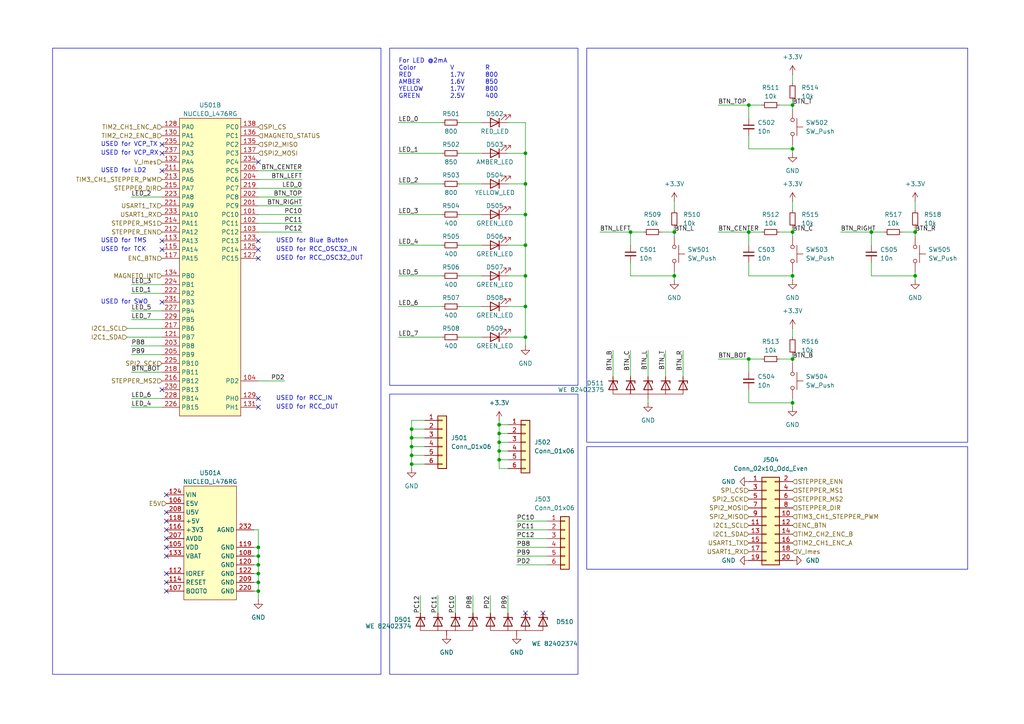
<source format=kicad_sch>
(kicad_sch (version 20231120) (generator "eeschema") (generator_version "8.0")
  (paper "A4")
  (junction (at 229.87 43.18))
  (junction (at 152.4 62.23))
  (junction (at 74.93 161.29))
  (junction (at 119.38 134.62))
  (junction (at 144.78 133.35))
  (junction (at 229.87 30.48))
  (junction (at 144.78 128.27))
  (junction (at 152.4 88.9))
  (junction (at 152.4 80.01))
  (junction (at 152.4 53.34))
  (junction (at 152.4 71.12))
  (junction (at 144.78 125.73))
  (junction (at 229.87 67.31))
  (junction (at 265.43 67.31))
  (junction (at 74.93 166.37))
  (junction (at 217.17 67.31))
  (junction (at 265.43 80.01))
  (junction (at 152.4 97.79))
  (junction (at 74.93 168.91))
  (junction (at 152.4 44.45))
  (junction (at 229.87 116.84))
  (junction (at 119.38 132.08))
  (junction (at 217.17 30.48))
  (junction (at 195.58 67.31))
  (junction (at 229.87 80.01))
  (junction (at 144.78 130.81))
  (junction (at 229.87 104.14))
  (junction (at 217.17 104.14))
  (junction (at 195.58 80.01))
  (junction (at 74.93 163.83))
  (junction (at 119.38 127))
  (junction (at 119.38 129.54))
  (junction (at 74.93 158.75))
  (junction (at 144.78 123.19))
  (junction (at 74.93 171.45))
  (junction (at 252.73 67.31))
  (junction (at 182.88 67.31))
  (junction (at 119.38 124.46))
  (no_connect (at 46.99 72.39))
  (no_connect (at 74.93 115.57))
  (no_connect (at 48.26 143.51))
  (no_connect (at 48.26 148.59))
  (no_connect (at 157.48 177.8))
  (no_connect (at 46.99 69.85))
  (no_connect (at 48.26 161.29))
  (no_connect (at 46.99 41.91))
  (no_connect (at 46.99 44.45))
  (no_connect (at 74.93 118.11))
  (no_connect (at 46.99 113.03))
  (no_connect (at 74.93 72.39))
  (no_connect (at 48.26 153.67))
  (no_connect (at 48.26 166.37))
  (no_connect (at 152.4 177.8))
  (no_connect (at 74.93 74.93))
  (no_connect (at 48.26 171.45))
  (no_connect (at 74.93 69.85))
  (no_connect (at 48.26 158.75))
  (no_connect (at 48.26 151.13))
  (no_connect (at 74.93 46.99))
  (no_connect (at 48.26 168.91))
  (no_connect (at 46.99 49.53))
  (no_connect (at 46.99 87.63))
  (no_connect (at 48.26 156.21))
  (wire (pts (xy 198.12 101.6) (xy 198.12 109.22)))
  (wire (pts (xy 38.1 115.57) (xy 46.99 115.57)))
  (wire (pts (xy 187.96 101.6) (xy 187.96 109.22)))
  (wire (pts (xy 229.87 102.87) (xy 229.87 104.14)))
  (wire (pts (xy 147.32 130.81) (xy 144.78 130.81)))
  (wire (pts (xy 119.38 121.92) (xy 119.38 124.46)))
  (wire (pts (xy 229.87 78.74) (xy 229.87 80.01)))
  (wire (pts (xy 115.57 80.01) (xy 128.27 80.01)))
  (wire (pts (xy 73.66 153.67) (xy 74.93 153.67)))
  (wire (pts (xy 195.58 78.74) (xy 195.58 80.01)))
  (wire (pts (xy 144.78 128.27) (xy 144.78 130.81)))
  (wire (pts (xy 147.32 133.35) (xy 144.78 133.35)))
  (wire (pts (xy 133.35 44.45) (xy 139.7 44.45)))
  (wire (pts (xy 147.32 123.19) (xy 144.78 123.19)))
  (wire (pts (xy 229.87 67.31) (xy 229.87 68.58)))
  (wire (pts (xy 182.88 76.2) (xy 182.88 80.01)))
  (wire (pts (xy 152.4 80.01) (xy 152.4 88.9)))
  (wire (pts (xy 229.87 30.48) (xy 229.87 31.75)))
  (wire (pts (xy 149.86 151.13) (xy 158.75 151.13)))
  (wire (pts (xy 74.93 161.29) (xy 74.93 158.75)))
  (wire (pts (xy 38.1 90.17) (xy 46.99 90.17)))
  (wire (pts (xy 152.4 71.12) (xy 152.4 80.01)))
  (wire (pts (xy 261.62 67.31) (xy 265.43 67.31)))
  (wire (pts (xy 265.43 66.04) (xy 265.43 67.31)))
  (wire (pts (xy 243.84 67.31) (xy 252.73 67.31)))
  (wire (pts (xy 133.35 62.23) (xy 139.7 62.23)))
  (wire (pts (xy 152.4 88.9) (xy 152.4 97.79)))
  (wire (pts (xy 127 172.72) (xy 127 177.8)))
  (wire (pts (xy 74.93 166.37) (xy 74.93 168.91)))
  (wire (pts (xy 252.73 76.2) (xy 252.73 80.01)))
  (wire (pts (xy 115.57 44.45) (xy 128.27 44.45)))
  (wire (pts (xy 226.06 30.48) (xy 229.87 30.48)))
  (wire (pts (xy 217.17 116.84) (xy 229.87 116.84)))
  (wire (pts (xy 87.63 62.23) (xy 74.93 62.23)))
  (wire (pts (xy 195.58 80.01) (xy 195.58 81.28)))
  (wire (pts (xy 147.32 128.27) (xy 144.78 128.27)))
  (wire (pts (xy 152.4 44.45) (xy 152.4 53.34)))
  (wire (pts (xy 74.93 161.29) (xy 74.93 163.83)))
  (wire (pts (xy 229.87 41.91) (xy 229.87 43.18)))
  (wire (pts (xy 137.16 172.72) (xy 137.16 177.8)))
  (wire (pts (xy 38.1 107.95) (xy 46.99 107.95)))
  (wire (pts (xy 123.19 132.08) (xy 119.38 132.08)))
  (wire (pts (xy 182.88 71.12) (xy 182.88 67.31)))
  (wire (pts (xy 217.17 104.14) (xy 220.98 104.14)))
  (wire (pts (xy 133.35 35.56) (xy 139.7 35.56)))
  (wire (pts (xy 149.86 153.67) (xy 158.75 153.67)))
  (wire (pts (xy 217.17 34.29) (xy 217.17 30.48)))
  (wire (pts (xy 73.66 171.45) (xy 74.93 171.45)))
  (wire (pts (xy 217.17 67.31) (xy 220.98 67.31)))
  (wire (pts (xy 229.87 80.01) (xy 229.87 81.28)))
  (wire (pts (xy 208.28 104.14) (xy 217.17 104.14)))
  (wire (pts (xy 115.57 88.9) (xy 128.27 88.9)))
  (wire (pts (xy 133.35 88.9) (xy 139.7 88.9)))
  (wire (pts (xy 195.58 66.04) (xy 195.58 67.31)))
  (wire (pts (xy 149.86 156.21) (xy 158.75 156.21)))
  (wire (pts (xy 147.32 80.01) (xy 152.4 80.01)))
  (wire (pts (xy 177.8 101.6) (xy 177.8 109.22)))
  (wire (pts (xy 152.4 35.56) (xy 152.4 44.45)))
  (wire (pts (xy 38.1 102.87) (xy 46.99 102.87)))
  (wire (pts (xy 119.38 132.08) (xy 119.38 134.62)))
  (wire (pts (xy 217.17 76.2) (xy 217.17 80.01)))
  (wire (pts (xy 147.32 125.73) (xy 144.78 125.73)))
  (wire (pts (xy 265.43 80.01) (xy 265.43 81.28)))
  (wire (pts (xy 115.57 35.56) (xy 128.27 35.56)))
  (wire (pts (xy 147.32 172.72) (xy 147.32 177.8)))
  (wire (pts (xy 74.93 168.91) (xy 74.93 171.45)))
  (wire (pts (xy 132.08 172.72) (xy 132.08 177.8)))
  (wire (pts (xy 252.73 71.12) (xy 252.73 67.31)))
  (wire (pts (xy 229.87 58.42) (xy 229.87 60.96)))
  (wire (pts (xy 144.78 123.19) (xy 144.78 125.73)))
  (wire (pts (xy 229.87 29.21) (xy 229.87 30.48)))
  (wire (pts (xy 217.17 30.48) (xy 220.98 30.48)))
  (wire (pts (xy 115.57 62.23) (xy 128.27 62.23)))
  (wire (pts (xy 147.32 88.9) (xy 152.4 88.9)))
  (wire (pts (xy 252.73 67.31) (xy 256.54 67.31)))
  (wire (pts (xy 119.38 124.46) (xy 119.38 127)))
  (wire (pts (xy 123.19 127) (xy 119.38 127)))
  (wire (pts (xy 152.4 97.79) (xy 152.4 100.33)))
  (wire (pts (xy 38.1 92.71) (xy 46.99 92.71)))
  (wire (pts (xy 229.87 115.57) (xy 229.87 116.84)))
  (wire (pts (xy 265.43 78.74) (xy 265.43 80.01)))
  (wire (pts (xy 87.63 59.69) (xy 74.93 59.69)))
  (wire (pts (xy 38.1 100.33) (xy 46.99 100.33)))
  (wire (pts (xy 73.66 166.37) (xy 74.93 166.37)))
  (wire (pts (xy 229.87 116.84) (xy 229.87 118.11)))
  (wire (pts (xy 74.93 158.75) (xy 74.93 153.67)))
  (wire (pts (xy 38.1 85.09) (xy 46.99 85.09)))
  (wire (pts (xy 149.86 163.83) (xy 158.75 163.83)))
  (wire (pts (xy 38.1 82.55) (xy 46.99 82.55)))
  (wire (pts (xy 144.78 121.92) (xy 144.78 123.19)))
  (wire (pts (xy 36.83 95.25) (xy 46.99 95.25)))
  (wire (pts (xy 265.43 67.31) (xy 265.43 68.58)))
  (wire (pts (xy 191.77 67.31) (xy 195.58 67.31)))
  (wire (pts (xy 229.87 95.25) (xy 229.87 97.79)))
  (wire (pts (xy 147.32 71.12) (xy 152.4 71.12)))
  (wire (pts (xy 74.93 171.45) (xy 74.93 173.99)))
  (wire (pts (xy 229.87 66.04) (xy 229.87 67.31)))
  (wire (pts (xy 193.04 101.6) (xy 193.04 109.22)))
  (wire (pts (xy 147.32 44.45) (xy 152.4 44.45)))
  (wire (pts (xy 173.99 67.31) (xy 182.88 67.31)))
  (wire (pts (xy 133.35 97.79) (xy 139.7 97.79)))
  (wire (pts (xy 123.19 134.62) (xy 119.38 134.62)))
  (wire (pts (xy 147.32 135.89) (xy 144.78 135.89)))
  (wire (pts (xy 149.86 161.29) (xy 158.75 161.29)))
  (wire (pts (xy 73.66 158.75) (xy 74.93 158.75)))
  (wire (pts (xy 115.57 53.34) (xy 128.27 53.34)))
  (wire (pts (xy 87.63 54.61) (xy 74.93 54.61)))
  (wire (pts (xy 147.32 97.79) (xy 152.4 97.79)))
  (wire (pts (xy 73.66 161.29) (xy 74.93 161.29)))
  (wire (pts (xy 147.32 35.56) (xy 152.4 35.56)))
  (wire (pts (xy 252.73 80.01) (xy 265.43 80.01)))
  (wire (pts (xy 119.38 129.54) (xy 119.38 132.08)))
  (wire (pts (xy 133.35 71.12) (xy 139.7 71.12)))
  (wire (pts (xy 182.88 80.01) (xy 195.58 80.01)))
  (wire (pts (xy 217.17 39.37) (xy 217.17 43.18)))
  (wire (pts (xy 74.93 49.53) (xy 87.63 49.53)))
  (wire (pts (xy 217.17 80.01) (xy 229.87 80.01)))
  (wire (pts (xy 229.87 21.59) (xy 229.87 24.13)))
  (wire (pts (xy 147.32 62.23) (xy 152.4 62.23)))
  (wire (pts (xy 217.17 71.12) (xy 217.17 67.31)))
  (wire (pts (xy 123.19 129.54) (xy 119.38 129.54)))
  (wire (pts (xy 152.4 62.23) (xy 152.4 71.12)))
  (wire (pts (xy 265.43 58.42) (xy 265.43 60.96)))
  (wire (pts (xy 38.1 118.11) (xy 46.99 118.11)))
  (wire (pts (xy 133.35 80.01) (xy 139.7 80.01)))
  (wire (pts (xy 74.93 163.83) (xy 74.93 166.37)))
  (wire (pts (xy 36.83 97.79) (xy 46.99 97.79)))
  (wire (pts (xy 217.17 107.95) (xy 217.17 104.14)))
  (wire (pts (xy 115.57 71.12) (xy 128.27 71.12)))
  (wire (pts (xy 182.88 67.31) (xy 186.69 67.31)))
  (wire (pts (xy 123.19 121.92) (xy 119.38 121.92)))
  (wire (pts (xy 119.38 135.89) (xy 119.38 134.62)))
  (wire (pts (xy 144.78 130.81) (xy 144.78 133.35)))
  (wire (pts (xy 82.55 110.49) (xy 74.93 110.49)))
  (wire (pts (xy 226.06 104.14) (xy 229.87 104.14)))
  (wire (pts (xy 208.28 67.31) (xy 217.17 67.31)))
  (wire (pts (xy 87.63 52.07) (xy 74.93 52.07)))
  (wire (pts (xy 187.96 115.57) (xy 187.96 116.84)))
  (wire (pts (xy 195.58 58.42) (xy 195.58 60.96)))
  (wire (pts (xy 226.06 67.31) (xy 229.87 67.31)))
  (wire (pts (xy 182.88 101.6) (xy 182.88 109.22)))
  (wire (pts (xy 73.66 168.91) (xy 74.93 168.91)))
  (wire (pts (xy 133.35 53.34) (xy 139.7 53.34)))
  (wire (pts (xy 87.63 57.15) (xy 74.93 57.15)))
  (wire (pts (xy 217.17 113.03) (xy 217.17 116.84)))
  (wire (pts (xy 229.87 104.14) (xy 229.87 105.41)))
  (wire (pts (xy 115.57 97.79) (xy 128.27 97.79)))
  (wire (pts (xy 121.92 172.72) (xy 121.92 177.8)))
  (wire (pts (xy 152.4 53.34) (xy 152.4 62.23)))
  (wire (pts (xy 147.32 53.34) (xy 152.4 53.34)))
  (wire (pts (xy 229.87 43.18) (xy 229.87 44.45)))
  (wire (pts (xy 38.1 57.15) (xy 46.99 57.15)))
  (wire (pts (xy 144.78 133.35) (xy 144.78 135.89)))
  (wire (pts (xy 123.19 124.46) (xy 119.38 124.46)))
  (wire (pts (xy 144.78 125.73) (xy 144.78 128.27)))
  (wire (pts (xy 142.24 172.72) (xy 142.24 177.8)))
  (wire (pts (xy 195.58 67.31) (xy 195.58 68.58)))
  (wire (pts (xy 73.66 163.83) (xy 74.93 163.83)))
  (wire (pts (xy 149.86 158.75) (xy 158.75 158.75)))
  (wire (pts (xy 87.63 67.31) (xy 74.93 67.31)))
  (wire (pts (xy 208.28 30.48) (xy 217.17 30.48)))
  (wire (pts (xy 87.63 64.77) (xy 74.93 64.77)))
  (wire (pts (xy 119.38 127) (xy 119.38 129.54)))
  (wire (pts (xy 217.17 43.18) (xy 229.87 43.18)))
  (rectangle (start 170.18 13.97) (end 280.67 128.27))
  (rectangle (start 170.18 129.54) (end 280.67 165.1))
  (rectangle (start 15.24 13.97) (end 110.49 195.58))
  (rectangle (start 113.03 13.97) (end 167.64 111.76))
  (rectangle (start 113.03 114.3) (end 167.64 195.58))
  (text "USED for SWO" (at 29.21 87.63 0) (effects (font (size 1.27 1.27)) (justify left)))
  (text "USED for RCC_OUT" (at 80.01 118.11 0) (effects (font (size 1.27 1.27)) (justify left)))
  (text "USED for VCP_RX" (at 29.21 44.45 0) (effects (font (size 1.27 1.27)) (justify left)))
  (text "USED for RCC_OSC32_IN" (at 80.01 72.39 0) (effects (font (size 1.27 1.27)) (justify left)))
  (text "USED for Blue Button" (at 80.01 69.85 0) (effects (font (size 1.27 1.27)) (justify left)))
  (text "USED for RCC_IN" (at 80.01 115.57 0) (effects (font (size 1.27 1.27)) (justify left)))
  (text "USED for RCC_OSC32_OUT" (at 80.01 74.93 0) (effects (font (size 1.27 1.27)) (justify left)))
  (text "For LED @2mA\nColor 		V		R\nRED 		1.7V	800\nAMBER		1.6V	850\nYELLOW		1.7V	800\nGREEN		2.5V	400" (at 115.57 22.86 0) (effects (font (size 1.27 1.27)) (justify left)))
  (text "USED for TMS" (at 29.21 69.85 0) (effects (font (size 1.27 1.27)) (justify left)))
  (text "USED for TCK" (at 29.21 72.39 0) (effects (font (size 1.27 1.27)) (justify left)))
  (text "USED for VCP_TX" (at 29.21 41.91 0) (effects (font (size 1.27 1.27)) (justify left)))
  (text "USED for LD2" (at 29.21 49.53 0) (effects (font (size 1.27 1.27)) (justify left)))
  (label "BTN_BOT" (at 208.28 104.14 0))
  (label "PC12" (at 87.63 67.31 180))
  (label "PB9" (at 38.1 102.87 0))
  (label "BTN_T" (at 229.87 30.48 0))
  (label "BTN_BOT" (at 38.1 107.95 0))
  (label "LED_0" (at 87.63 54.61 180))
  (label "LED_6" (at 38.1 115.57 0))
  (label "BTN_LEFT" (at 173.99 67.31 0))
  (label "PC12" (at 121.92 172.72 270))
  (label "BTN_C" (at 229.87 67.31 0))
  (label "LED_5" (at 115.57 80.01 0))
  (label "BTN_CENTER" (at 87.63 49.53 180))
  (label "PB8" (at 38.1 100.33 0))
  (label "BTN_C" (at 182.88 101.6 270))
  (label "PC10" (at 87.63 62.23 180))
  (label "BTN_CENTER" (at 208.28 67.31 0))
  (label "LED_7" (at 115.57 97.79 0))
  (label "BTN_TOP" (at 87.63 57.15 180))
  (label "LED_3" (at 38.1 82.55 0))
  (label "LED_7" (at 38.1 92.71 0))
  (label "PC10" (at 149.86 151.13 0))
  (label "BTN_LEFT" (at 87.63 52.07 180))
  (label "PC11" (at 127 172.72 270))
  (label "BTN_L" (at 187.96 101.6 270))
  (label "PB9" (at 147.32 172.72 270))
  (label "BTN_TOP" (at 208.28 30.48 0))
  (label "PC12" (at 149.86 156.21 0))
  (label "BTN_R" (at 265.43 67.31 0))
  (label "BTN_RIGHT" (at 87.63 59.69 180))
  (label "LED_2" (at 115.57 53.34 0))
  (label "PC11" (at 149.86 153.67 0))
  (label "LED_6" (at 115.57 88.9 0))
  (label "PD2" (at 142.24 172.72 270))
  (label "LED_1" (at 115.57 44.45 0))
  (label "PB8" (at 149.86 158.75 0))
  (label "PB8" (at 137.16 172.72 270))
  (label "LED_3" (at 115.57 62.23 0))
  (label "PD2" (at 82.55 110.49 180))
  (label "PC10" (at 132.08 172.72 270))
  (label "BTN_B" (at 229.87 104.14 0))
  (label "LED_2" (at 38.1 57.15 0))
  (label "BTN_B" (at 177.8 101.6 270))
  (label "PB9" (at 149.86 161.29 0))
  (label "LED_5" (at 38.1 90.17 0))
  (label "LED_4" (at 115.57 71.12 0))
  (label "PD2" (at 149.86 163.83 0))
  (label "PC11" (at 87.63 64.77 180))
  (label "BTN_RIGHT" (at 243.84 67.31 0))
  (label "LED_4" (at 38.1 118.11 0))
  (label "BTN_L" (at 195.58 67.31 0))
  (label "BTN_T" (at 193.04 101.6 270))
  (label "LED_0" (at 115.57 35.56 0))
  (label "BTN_R" (at 198.12 101.6 270))
  (label "LED_1" (at 38.1 85.09 0))
  (hierarchical_label "SPI2_SCK" (shape input) (at 217.17 144.78 180))
  (hierarchical_label "TIM3_CH1_STEPPER_PWM" (shape input) (at 229.87 149.86 0))
  (hierarchical_label "SPI2_MOSI" (shape input) (at 217.17 147.32 180))
  (hierarchical_label "STEPPER_ENN" (shape input) (at 229.87 139.7 0))
  (hierarchical_label "I2C1_SCL" (shape input) (at 36.83 95.25 180))
  (hierarchical_label "STEPPER_MS1" (shape input) (at 229.87 142.24 0))
  (hierarchical_label "TIM2_CH2_ENC_B" (shape input) (at 229.87 154.94 0))
  (hierarchical_label "ENC_BTN" (shape input) (at 46.99 74.93 180))
  (hierarchical_label "MAGNETO_INT" (shape input) (at 46.99 80.01 180))
  (hierarchical_label "TIM2_CH1_ENC_A" (shape input) (at 46.99 36.83 180))
  (hierarchical_label "I2C1_SDA" (shape input) (at 217.17 154.94 180))
  (hierarchical_label "STEPPER_DIR" (shape input) (at 46.99 54.61 180))
  (hierarchical_label "STEPPER_MS2" (shape input) (at 46.99 110.49 180))
  (hierarchical_label "SPI2_MISO" (shape input) (at 74.93 41.91 0))
  (hierarchical_label "SPI_CS" (shape input) (at 74.93 36.83 0))
  (hierarchical_label "STEPPER_MS1" (shape input) (at 46.99 64.77 180))
  (hierarchical_label "SPI2_SCK" (shape input) (at 46.99 105.41 180))
  (hierarchical_label "TIM3_CH1_STEPPER_PWM" (shape input) (at 46.99 52.07 180))
  (hierarchical_label "USART1_TX" (shape input) (at 46.99 59.69 180))
  (hierarchical_label "TIM2_CH2_ENC_B" (shape input) (at 46.99 39.37 180))
  (hierarchical_label "TIM2_CH1_ENC_A" (shape input) (at 229.87 157.48 0))
  (hierarchical_label "SPI2_MISO" (shape input) (at 217.17 149.86 180))
  (hierarchical_label "STEPPER_DIR" (shape input) (at 229.87 147.32 0))
  (hierarchical_label "STEPPER_MS2" (shape input) (at 229.87 144.78 0))
  (hierarchical_label "I2C1_SDA" (shape input) (at 36.83 97.79 180))
  (hierarchical_label "MAGNETO_STATUS" (shape input) (at 74.93 39.37 0))
  (hierarchical_label "USART1_TX" (shape input) (at 217.17 157.48 180))
  (hierarchical_label "SPI2_MOSI" (shape input) (at 74.93 44.45 0))
  (hierarchical_label "SPI_CS" (shape input) (at 217.17 142.24 180))
  (hierarchical_label "USART1_RX" (shape input) (at 46.99 62.23 180))
  (hierarchical_label "ENC_BTN" (shape input) (at 229.87 152.4 0))
  (hierarchical_label "V_Imes" (shape input) (at 46.99 46.99 180))
  (hierarchical_label "USART1_RX" (shape input) (at 217.17 160.02 180))
  (hierarchical_label "STEPPER_ENN" (shape input) (at 46.99 67.31 180))
  (hierarchical_label "E5V" (shape input) (at 48.26 146.05 180))
  (hierarchical_label "I2C1_SCL" (shape input) (at 217.17 152.4 180))
  (hierarchical_label "V_Imes" (shape input) (at 229.87 160.02 0))
  (symbol (lib_id "Device:R_Small") (at 130.81 62.23 90) (unit 1)
    (property "Reference" "R504" (at 130.81 59.69 90))
    (property "Value" "400" (at 130.81 64.77 90))
    (property "Footprint" "Resistor_SMD:R_0402_1005Metric" (effects (hide yes)))
    (property "Description" "Resistor, small symbol" (effects (hide yes)))
  )
  (symbol (lib_id "Device:LED") (at 143.51 88.9 180) (unit 1)
    (property "Reference" "D508" (at 143.51 86.36 0))
    (property "Value" "GREEN_LED" (at 143.51 91.44 0))
    (property "Footprint" "LED_SMD:LED_0603_1608Metric" (effects (hide yes)))
    (property "Datasheet" "https://www.we-online.com/components/products/datasheet/150060GS55040.pdf" (effects (hide yes)))
    (property "Description" "Light emitting diode" (effects (hide yes)))
    (property "MPN" "WE 150060GS55040" (effects (hide yes)))
  )
  (symbol (lib_id "power:+3.3V") (at 229.87 58.42 0) (unit 1)
    (property "Reference" "#PWR0512" (effects (hide yes)))
    (property "Value" "+3.3V" (at 229.87 53.34 0))
    (property "Description" "Power symbol creates a global label with name \"+3.3V\"" (effects (hide yes)))
  )
  (symbol (lib_id "Device:R_Small") (at 265.43 63.5 180) (unit 1)
    (property "Reference" "R518" (at 267.97 62.2299 0) (effects (justify right)))
    (property "Value" "10k" (at 267.97 64.7699 0) (effects (justify right)))
    (property "Footprint" "Resistor_SMD:R_0402_1005Metric" (effects (hide yes)))
    (property "Description" "Resistor, small symbol" (effects (hide yes)))
  )
  (symbol (lib_id "Device:LED") (at 143.51 53.34 180) (unit 1)
    (property "Reference" "D504" (at 143.51 50.8 0))
    (property "Value" "YELLOW_LED" (at 143.51 55.88 0))
    (property "Footprint" "LED_SMD:LED_0603_1608Metric" (effects (hide yes)))
    (property "Datasheet" "https://www.we-online.com/components/products/datasheet/150060YS55040.pdf" (effects (hide yes)))
    (property "Description" "Light emitting diode" (effects (hide yes)))
    (property "MPN" "WE 150060YS55040" (effects (hide yes)))
  )
  (symbol (lib_id "power:GND") (at 129.54 184.15 0) (unit 1)
    (property "Reference" "#PWR0503" (effects (hide yes)))
    (property "Value" "GND" (at 129.54 189.23 0))
    (property "Description" "Power symbol creates a global label with name \"GND\" , ground" (effects (hide yes)))
  )
  (symbol (lib_id "Device:R_Small") (at 130.81 35.56 90) (unit 1)
    (property "Reference" "R501" (at 130.81 33.02 90))
    (property "Value" "800" (at 130.81 38.1 90))
    (property "Footprint" "Resistor_SMD:R_0402_1005Metric" (effects (hide yes)))
    (property "Description" "Resistor, small symbol" (effects (hide yes)))
  )
  (symbol (lib_id "power:GND") (at 229.87 118.11 0) (unit 1)
    (property "Reference" "#PWR0515" (effects (hide yes)))
    (property "Value" "GND" (at 229.87 123.19 0))
    (property "Description" "Power symbol creates a global label with name \"GND\" , ground" (effects (hide yes)))
  )
  (symbol (lib_id "Device:R_Small") (at 130.81 53.34 90) (unit 1)
    (property "Reference" "R503" (at 130.81 50.8 90))
    (property "Value" "800" (at 130.81 55.88 90))
    (property "Footprint" "Resistor_SMD:R_0402_1005Metric" (effects (hide yes)))
    (property "Description" "Resistor, small symbol" (effects (hide yes)))
  )
  (symbol (lib_id "power:GND") (at 217.17 162.56 270) (unit 1)
    (property "Reference" "#PWR0520" (effects (hide yes)))
    (property "Value" "GND" (at 213.36 162.5599 90) (effects (justify right)))
    (property "Description" "Power symbol creates a global label with name \"GND\" , ground" (effects (hide yes)))
  )
  (symbol (lib_id "Switch:SW_Push") (at 229.87 73.66 270) (unit 1)
    (property "Reference" "SW503" (at 233.68 72.3899 90) (effects (justify left)))
    (property "Value" "SW_Push" (at 233.68 74.9299 90) (effects (justify left)))
    (property "Footprint" "Button_Switch_SMD:SW_Push_1P1T_NO_6x6mm_H9.5mm" (effects (hide yes)))
    (property "Description" "Push button switch, generic, two pins" (effects (hide yes)))
    (property "MPN" "WE 430182070816" (effects (hide yes)))
  )
  (symbol (lib_id "power:GND") (at 229.87 81.28 0) (unit 1)
    (property "Reference" "#PWR0513" (effects (hide yes)))
    (property "Value" "GND" (at 229.87 86.36 0))
    (property "Description" "Power symbol creates a global label with name \"GND\" , ground" (effects (hide yes)))
  )
  (symbol (lib_id "Device:R_Small") (at 130.81 71.12 90) (unit 1)
    (property "Reference" "R505" (at 130.81 68.58 90))
    (property "Value" "400" (at 130.81 73.66 90))
    (property "Footprint" "Resistor_SMD:R_0402_1005Metric" (effects (hide yes)))
    (property "Description" "Resistor, small symbol" (effects (hide yes)))
  )
  (symbol (lib_id "power:+3.3V") (at 144.78 121.92 0) (unit 1)
    (property "Reference" "#PWR0504" (effects (hide yes)))
    (property "Value" "+3.3V" (at 144.78 116.84 0))
    (property "Description" "Power symbol creates a global label with name \"+3.3V\"" (effects (hide yes)))
  )
  (symbol (lib_id "Device:R_Small") (at 223.52 67.31 90) (unit 1)
    (property "Reference" "R512" (at 223.52 62.23 90))
    (property "Value" "10k" (at 223.52 64.77 90))
    (property "Footprint" "Resistor_SMD:R_0402_1005Metric" (effects (hide yes)))
    (property "Description" "Resistor, small symbol" (effects (hide yes)))
  )
  (symbol (lib_id "power:+3.3V") (at 229.87 21.59 0) (unit 1)
    (property "Reference" "#PWR0510" (effects (hide yes)))
    (property "Value" "+3.3V" (at 229.87 16.51 0))
    (property "Description" "Power symbol creates a global label with name \"+3.3V\"" (effects (hide yes)))
  )
  (symbol (lib_id "power:GND") (at 217.17 139.7 270) (unit 1)
    (property "Reference" "#PWR0518" (effects (hide yes)))
    (property "Value" "GND" (at 213.36 139.6999 90) (effects (justify right)))
    (property "Description" "Power symbol creates a global label with name \"GND\" , ground" (effects (hide yes)))
  )
  (symbol (lib_id "Device:R_Small") (at 195.58 63.5 180) (unit 1)
    (property "Reference" "R510" (at 198.12 62.2299 0) (effects (justify right)))
    (property "Value" "10k" (at 198.12 64.7699 0) (effects (justify right)))
    (property "Footprint" "Resistor_SMD:R_0402_1005Metric" (effects (hide yes)))
    (property "Description" "Resistor, small symbol" (effects (hide yes)))
  )
  (symbol (lib_id "Device:R_Small") (at 229.87 63.5 180) (unit 1)
    (property "Reference" "R515" (at 232.41 62.2299 0) (effects (justify right)))
    (property "Value" "10k" (at 232.41 64.7699 0) (effects (justify right)))
    (property "Footprint" "Resistor_SMD:R_0402_1005Metric" (effects (hide yes)))
    (property "Description" "Resistor, small symbol" (effects (hide yes)))
  )
  (symbol (lib_name "NUCLEO_L476RG_1") (lib_id "WITNS_ST:NUCLEO_L476RG") (at 60.96 77.47 0) (unit 2)
    (property "Reference" "U501" (at 60.96 30.48 0))
    (property "Value" "NUCLEO_L476RG" (at 60.96 33.02 0))
    (property "Footprint" "libs:ST_NUCLEO_64" (effects (hide yes)))
    (property "MPN" "TSW-119-19-T-D " (effects (hide yes)))
  )
  (symbol (lib_id "Device:R_Small") (at 130.81 97.79 90) (unit 1)
    (property "Reference" "R508" (at 130.81 95.25 90))
    (property "Value" "400" (at 130.81 100.33 90))
    (property "Footprint" "Resistor_SMD:R_0402_1005Metric" (effects (hide yes)))
    (property "Description" "Resistor, small symbol" (effects (hide yes)))
  )
  (symbol (lib_id "Device:R_Small") (at 229.87 26.67 180) (unit 1)
    (property "Reference" "R514" (at 232.41 25.3999 0) (effects (justify right)))
    (property "Value" "10k" (at 232.41 27.9399 0) (effects (justify right)))
    (property "Footprint" "Resistor_SMD:R_0402_1005Metric" (effects (hide yes)))
    (property "Description" "Resistor, small symbol" (effects (hide yes)))
  )
  (symbol (lib_id "Device:C_Small") (at 217.17 36.83 0) (unit 1)
    (property "Reference" "C502" (at 219.71 35.5662 0) (effects (justify left)))
    (property "Value" "10n" (at 219.71 38.1062 0) (effects (justify left)))
    (property "Footprint" "Capacitor_SMD:C_0402_1005Metric" (effects (hide yes)))
    (property "Description" "Unpolarized capacitor, small symbol" (effects (hide yes)))
    (property "MPN" "WE 885012205050" (effects (hide yes)))
  )
  (symbol (lib_id "Switch:SW_Push") (at 265.43 73.66 270) (unit 1)
    (property "Reference" "SW505" (at 269.24 72.3899 90) (effects (justify left)))
    (property "Value" "SW_Push" (at 269.24 74.9299 90) (effects (justify left)))
    (property "Footprint" "Button_Switch_SMD:SW_Push_1P1T_NO_6x6mm_H9.5mm" (effects (hide yes)))
    (property "Description" "Push button switch, generic, two pins" (effects (hide yes)))
    (property "MPN" "WE 430182070816" (effects (hide yes)))
  )
  (symbol (lib_id "Device:LED") (at 143.51 80.01 180) (unit 1)
    (property "Reference" "D507" (at 143.51 77.47 0))
    (property "Value" "GREEN_LED" (at 143.51 82.55 0))
    (property "Footprint" "LED_SMD:LED_0603_1608Metric" (effects (hide yes)))
    (property "Datasheet" "https://www.we-online.com/components/products/datasheet/150060GS55040.pdf" (effects (hide yes)))
    (property "Description" "Light emitting diode" (effects (hide yes)))
    (property "MPN" "WE 150060GS55040" (effects (hide yes)))
  )
  (symbol (lib_id "power:GND") (at 149.86 184.15 0) (unit 1)
    (property "Reference" "#PWR0505" (effects (hide yes)))
    (property "Value" "GND" (at 149.86 189.23 0))
    (property "Description" "Power symbol creates a global label with name \"GND\" , ground" (effects (hide yes)))
  )
  (symbol (lib_id "Device:C_Small") (at 252.73 73.66 0) (unit 1)
    (property "Reference" "C505" (at 255.27 72.3962 0) (effects (justify left)))
    (property "Value" "10n" (at 255.27 74.9362 0) (effects (justify left)))
    (property "Footprint" "Capacitor_SMD:C_0402_1005Metric" (effects (hide yes)))
    (property "Description" "Unpolarized capacitor, small symbol" (effects (hide yes)))
    (property "MPN" "WE 885012205050" (effects (hide yes)))
  )
  (symbol (lib_id "Device:C_Small") (at 217.17 110.49 0) (unit 1)
    (property "Reference" "C504" (at 219.71 109.2262 0) (effects (justify left)))
    (property "Value" "10n" (at 219.71 111.7662 0) (effects (justify left)))
    (property "Footprint" "Capacitor_SMD:C_0402_1005Metric" (effects (hide yes)))
    (property "Description" "Unpolarized capacitor, small symbol" (effects (hide yes)))
    (property "MPN" "WE 885012205050" (effects (hide yes)))
  )
  (symbol (lib_id "Device:LED") (at 143.51 71.12 180) (unit 1)
    (property "Reference" "D506" (at 143.51 68.58 0))
    (property "Value" "GREEN_LED" (at 143.51 73.66 0))
    (property "Footprint" "LED_SMD:LED_0603_1608Metric" (effects (hide yes)))
    (property "Datasheet" "https://www.we-online.com/components/products/datasheet/150060GS55040.pdf" (effects (hide yes)))
    (property "Description" "Light emitting diode" (effects (hide yes)))
    (property "MPN" "WE 150060GS55040" (effects (hide yes)))
  )
  (symbol (lib_id "power:GND") (at 119.38 135.89 0) (unit 1)
    (property "Reference" "#PWR0502" (effects (hide yes)))
    (property "Value" "GND" (at 119.38 140.97 0))
    (property "Description" "Power symbol creates a global label with name \"GND\" , ground" (effects (hide yes)))
  )
  (symbol (lib_id "Device:LED") (at 143.51 62.23 180) (unit 1)
    (property "Reference" "D505" (at 143.51 59.69 0))
    (property "Value" "GREEN_LED" (at 143.51 64.77 0))
    (property "Footprint" "LED_SMD:LED_0603_1608Metric" (effects (hide yes)))
    (property "Datasheet" "https://www.we-online.com/components/products/datasheet/150060GS55040.pdf" (effects (hide yes)))
    (property "Description" "Light emitting diode" (effects (hide yes)))
    (property "MPN" "WE 150060GS55040" (effects (hide yes)))
  )
  (symbol (lib_id "Device:LED") (at 143.51 44.45 180) (unit 1)
    (property "Reference" "D503" (at 143.51 41.91 0))
    (property "Value" "AMBER_LED" (at 143.51 46.99 0))
    (property "Footprint" "LED_SMD:LED_0603_1608Metric" (effects (hide yes)))
    (property "Datasheet" "https://www.we-online.com/components/products/datasheet/150060AS55040.pdf" (effects (hide yes)))
    (property "Description" "Light emitting diode" (effects (hide yes)))
    (property "MPN" "WE 150060AS55040" (effects (hide yes)))
  )
  (symbol (lib_id "Connector_Generic:Conn_02x10_Odd_Even") (at 222.25 149.86 0) (unit 1)
    (property "Reference" "J504" (at 223.52 133.35 0))
    (property "Value" "Conn_02x10_Odd_Even" (at 223.52 135.89 0))
    (property "Footprint" "Connector_PinHeader_2.54mm:PinHeader_2x10_P2.54mm_Vertical_SMD" (effects (hide yes)))
    (property "Datasheet" "https://www.we-online.com/components/products/datasheet/61002021121.pdf" (effects (hide yes)))
    (property "Description" "Generic connector, double row, 02x10, odd/even pin numbering scheme (row 1 odd numbers, row 2 even numbers), script generated (kicad-library-utils/schlib/autogen/connector/)" (effects (hide yes)))
    (property "MPN" "WE 61002021121" (effects (hide yes)))
  )
  (symbol (lib_id "mylibs:D_TVS_Uni_x4") (at 149.86 181.61 180) (unit 1)
    (property "Reference" "D510" (at 166.37 180.34 0) (effects (justify left)))
    (property "Value" "WE 82402374" (at 167.64 186.69 0) (effects (justify left)))
    (property "Footprint" "libs:SC70-5L" (effects (hide yes)))
    (property "Datasheet" "https://www.we-online.com/components/products/datasheet/82402374.pdf" (effects (hide yes)))
    (property "Description" "TVS 5V x4" (effects (hide yes)))
    (property "MPN" "WE 82402374" (effects (hide yes)))
  )
  (symbol (lib_id "power:GND") (at 229.87 162.56 90) (unit 1)
    (property "Reference" "#PWR0519" (effects (hide yes)))
    (property "Value" "GND" (at 233.68 162.5599 90) (effects (justify right)))
    (property "Description" "Power symbol creates a global label with name \"GND\" , ground" (effects (hide yes)))
  )
  (symbol (lib_id "Connector_Generic:Conn_01x06") (at 152.4 128.27 0) (unit 1)
    (property "Reference" "J502" (at 154.94 128.2699 0) (effects (justify left)))
    (property "Value" "Conn_01x06" (at 154.94 130.8099 0) (effects (justify left)))
    (property "Footprint" "Connector_PinHeader_2.54mm:PinHeader_1x06_P2.54mm_Vertical" (effects (hide yes)))
    (property "Description" "Generic connector, single row, 01x06, script generated (kicad-library-utils/schlib/autogen/connector/)" (effects (hide yes)))
    (property "MPN" "SAMTEC TSW-106-05-F-T " (effects (hide yes)))
  )
  (symbol (lib_id "Device:R_Small") (at 130.81 88.9 90) (unit 1)
    (property "Reference" "R507" (at 130.81 86.36 90))
    (property "Value" "400" (at 130.81 91.44 90))
    (property "Footprint" "Resistor_SMD:R_0402_1005Metric" (effects (hide yes)))
    (property "Description" "Resistor, small symbol" (effects (hide yes)))
  )
  (symbol (lib_id "Device:R_Small") (at 130.81 80.01 90) (unit 1)
    (property "Reference" "R506" (at 130.81 77.47 90))
    (property "Value" "400" (at 130.81 82.55 90))
    (property "Footprint" "Resistor_SMD:R_0402_1005Metric" (effects (hide yes)))
    (property "Description" "Resistor, small symbol" (effects (hide yes)))
  )
  (symbol (lib_id "Switch:SW_Push") (at 195.58 73.66 270) (unit 1)
    (property "Reference" "SW501" (at 199.39 72.3899 90) (effects (justify left)))
    (property "Value" "SW_Push" (at 199.39 74.9299 90) (effects (justify left)))
    (property "Footprint" "Button_Switch_SMD:SW_Push_1P1T_NO_6x6mm_H9.5mm" (effects (hide yes)))
    (property "Description" "Push button switch, generic, two pins" (effects (hide yes)))
    (property "MPN" "WE 430182070816" (effects (hide yes)))
  )
  (symbol (lib_id "Connector_Generic:Conn_01x06") (at 163.83 156.21 0) (unit 1)
    (property "Reference" "J503" (at 154.94 144.78 0) (effects (justify left)))
    (property "Value" "Conn_01x06" (at 154.94 147.32 0) (effects (justify left)))
    (property "Footprint" "Connector_PinHeader_2.54mm:PinHeader_1x06_P2.54mm_Vertical" (effects (hide yes)))
    (property "Description" "Generic connector, single row, 01x06, script generated (kicad-library-utils/schlib/autogen/connector/)" (effects (hide yes)))
    (property "MPN" "SAMTEC TSW-106-05-F-T " (effects (hide yes)))
  )
  (symbol (lib_id "Switch:SW_Push") (at 229.87 110.49 270) (unit 1)
    (property "Reference" "SW504" (at 233.68 109.2199 90) (effects (justify left)))
    (property "Value" "SW_Push" (at 233.68 111.7599 90) (effects (justify left)))
    (property "Footprint" "Button_Switch_SMD:SW_Push_1P1T_NO_6x6mm_H9.5mm" (effects (hide yes)))
    (property "Description" "Push button switch, generic, two pins" (effects (hide yes)))
    (property "MPN" "WE 430182070816" (effects (hide yes)))
  )
  (symbol (lib_id "Device:R_Small") (at 223.52 30.48 90) (unit 1)
    (property "Reference" "R511" (at 223.52 25.4 90))
    (property "Value" "10k" (at 223.52 27.94 90))
    (property "Footprint" "Resistor_SMD:R_0402_1005Metric" (effects (hide yes)))
    (property "Description" "Resistor, small symbol" (effects (hide yes)))
  )
  (symbol (lib_id "power:GND") (at 187.96 116.84 0) (unit 1)
    (property "Reference" "#PWR0507" (effects (hide yes)))
    (property "Value" "GND" (at 187.96 121.92 0))
    (property "Description" "Power symbol creates a global label with name \"GND\" , ground" (effects (hide yes)))
  )
  (symbol (lib_id "Device:C_Small") (at 182.88 73.66 0) (unit 1)
    (property "Reference" "C501" (at 185.42 72.3962 0) (effects (justify left)))
    (property "Value" "10n" (at 185.42 74.9362 0) (effects (justify left)))
    (property "Footprint" "Capacitor_SMD:C_0402_1005Metric" (effects (hide yes)))
    (property "Description" "Unpolarized capacitor, small symbol" (effects (hide yes)))
    (property "MPN" "WE 885012205050" (effects (hide yes)))
  )
  (symbol (lib_id "power:+3.3V") (at 229.87 95.25 0) (unit 1)
    (property "Reference" "#PWR0514" (effects (hide yes)))
    (property "Value" "+3.3V" (at 229.87 90.17 0))
    (property "Description" "Power symbol creates a global label with name \"+3.3V\"" (effects (hide yes)))
  )
  (symbol (lib_id "power:GND") (at 152.4 100.33 0) (unit 1)
    (property "Reference" "#PWR0506" (effects (hide yes)))
    (property "Value" "GND" (at 152.4 105.41 0))
    (property "Description" "Power symbol creates a global label with name \"GND\" , ground" (effects (hide yes)))
  )
  (symbol (lib_id "Device:LED") (at 143.51 35.56 180) (unit 1)
    (property "Reference" "D502" (at 143.51 33.02 0))
    (property "Value" "RED_LED" (at 143.51 38.1 0))
    (property "Footprint" "LED_SMD:LED_0603_1608Metric" (effects (hide yes)))
    (property "Datasheet" "https://www.we-online.com/components/products/datasheet/150060RS55040.pdf" (effects (hide yes)))
    (property "Description" "Light emitting diode" (effects (hide yes)))
    (property "MPN" "WE 150060RS55040" (effects (hide yes)))
  )
  (symbol (lib_id "Connector_Generic:Conn_01x06") (at 128.27 127 0) (unit 1)
    (property "Reference" "J501" (at 130.81 126.9999 0) (effects (justify left)))
    (property "Value" "Conn_01x06" (at 130.81 129.5399 0) (effects (justify left)))
    (property "Footprint" "Connector_PinHeader_2.54mm:PinHeader_1x06_P2.54mm_Vertical" (effects (hide yes)))
    (property "Description" "Generic connector, single row, 01x06, script generated (kicad-library-utils/schlib/autogen/connector/)" (effects (hide yes)))
    (property "MPN" "SAMTEC TSW-106-05-F-T " (effects (hide yes)))
  )
  (symbol (lib_id "Device:LED") (at 143.51 97.79 180) (unit 1)
    (property "Reference" "D509" (at 143.51 95.25 0))
    (property "Value" "GREEN_LED" (at 143.51 100.33 0))
    (property "Footprint" "LED_SMD:LED_0603_1608Metric" (effects (hide yes)))
    (property "Datasheet" "https://www.we-online.com/components/products/datasheet/150060GS55040.pdf" (effects (hide yes)))
    (property "Description" "Light emitting diode" (effects (hide yes)))
    (property "MPN" "WE 150060GS55040" (effects (hide yes)))
  )
  (symbol (lib_id "Device:C_Small") (at 217.17 73.66 0) (unit 1)
    (property "Reference" "C503" (at 219.71 72.3962 0) (effects (justify left)))
    (property "Value" "10n" (at 219.71 74.9362 0) (effects (justify left)))
    (property "Footprint" "Capacitor_SMD:C_0402_1005Metric" (effects (hide yes)))
    (property "Description" "Unpolarized capacitor, small symbol" (effects (hide yes)))
    (property "MPN" "WE 885012205050" (effects (hide yes)))
  )
  (symbol (lib_id "Device:R_Small") (at 130.81 44.45 90) (unit 1)
    (property "Reference" "R502" (at 130.81 41.91 90))
    (property "Value" "850" (at 130.81 46.99 90))
    (property "Footprint" "Resistor_SMD:R_0402_1005Metric" (effects (hide yes)))
    (property "Description" "Resistor, small symbol" (effects (hide yes)))
  )
  (symbol (lib_id "Device:R_Small") (at 259.08 67.31 90) (unit 1)
    (property "Reference" "R517" (at 259.08 62.23 90))
    (property "Value" "10k" (at 259.08 64.77 90))
    (property "Footprint" "Resistor_SMD:R_0402_1005Metric" (effects (hide yes)))
    (property "Description" "Resistor, small symbol" (effects (hide yes)))
  )
  (symbol (lib_id "power:GND") (at 229.87 44.45 0) (unit 1)
    (property "Reference" "#PWR0511" (effects (hide yes)))
    (property "Value" "GND" (at 229.87 49.53 0))
    (property "Description" "Power symbol creates a global label with name \"GND\" , ground" (effects (hide yes)))
  )
  (symbol (lib_id "mylibs:D_TVS_Uni_x4") (at 129.54 181.61 180) (unit 1)
    (property "Reference" "D501" (at 119.38 179.7049 0) (effects (justify left)))
    (property "Value" "WE 82402374" (at 119.38 181.61 0) (effects (justify left)))
    (property "Footprint" "libs:SC70-5L" (effects (hide yes)))
    (property "Datasheet" "https://www.we-online.com/components/products/datasheet/82402374.pdf" (effects (hide yes)))
    (property "Description" "TVS 5V x4" (effects (hide yes)))
    (property "MPN" "WE 82402374" (effects (hide yes)))
  )
  (symbol (lib_id "power:GND") (at 74.93 173.99 0) (unit 1)
    (property "Reference" "#PWR0501" (effects (hide yes)))
    (property "Value" "GND" (at 74.93 179.07 0))
    (property "Description" "Power symbol creates a global label with name \"GND\" , ground" (effects (hide yes)))
  )
  (symbol (lib_id "WITNS_ST:NUCLEO_L476RG") (at 60.96 157.48 0) (unit 1)
    (property "Reference" "U501" (at 60.96 137.16 0))
    (property "Value" "NUCLEO_L476RG" (at 60.96 139.7 0))
    (property "Footprint" "libs:ST_NUCLEO_64" (effects (hide yes)))
    (property "MPN" "TSW-119-19-T-D " (effects (hide yes)))
  )
  (symbol (lib_id "power:GND") (at 195.58 81.28 0) (unit 1)
    (property "Reference" "#PWR0509" (effects (hide yes)))
    (property "Value" "GND" (at 195.58 86.36 0))
    (property "Description" "Power symbol creates a global label with name \"GND\" , ground" (effects (hide yes)))
  )
  (symbol (lib_id "Switch:SW_Push") (at 229.87 36.83 270) (unit 1)
    (property "Reference" "SW502" (at 233.68 35.5599 90) (effects (justify left)))
    (property "Value" "SW_Push" (at 233.68 38.0999 90) (effects (justify left)))
    (property "Footprint" "Button_Switch_SMD:SW_Push_1P1T_NO_6x6mm_H9.5mm" (effects (hide yes)))
    (property "Description" "Push button switch, generic, two pins" (effects (hide yes)))
    (property "MPN" "WE 430182070816" (effects (hide yes)))
  )
  (symbol (lib_id "power:+3.3V") (at 195.58 58.42 0) (unit 1)
    (property "Reference" "#PWR0508" (effects (hide yes)))
    (property "Value" "+3.3V" (at 195.58 53.34 0))
    (property "Description" "Power symbol creates a global label with name \"+3.3V\"" (effects (hide yes)))
  )
  (symbol (lib_id "mylibs:D_TVS_Uni_x5") (at 187.96 113.03 180) (unit 1)
    (property "Reference" "D511" (at 175.26 111.1249 0) (effects (justify left)))
    (property "Value" "WE 82402375" (at 175.26 113.03 0) (effects (justify left)))
    (property "Footprint" "libs:SC70-6L" (effects (hide yes)))
    (property "Datasheet" "https://www.we-online.com/components/products/datasheet/82402375.pdf" (effects (hide yes)))
    (property "Description" "TVS 5V x5" (effects (hide yes)))
    (property "MPN" "WE 82402375" (effects (hide yes)))
  )
  (symbol (lib_id "power:GND") (at 265.43 81.28 0) (unit 1)
    (property "Reference" "#PWR0517" (effects (hide yes)))
    (property "Value" "GND" (at 265.43 86.36 0))
    (property "Description" "Power symbol creates a global label with name \"GND\" , ground" (effects (hide yes)))
  )
  (symbol (lib_id "Device:R_Small") (at 189.23 67.31 90) (unit 1)
    (property "Reference" "R509" (at 189.23 62.23 90))
    (property "Value" "10k" (at 189.23 64.77 90))
    (property "Footprint" "Resistor_SMD:R_0402_1005Metric" (effects (hide yes)))
    (property "Description" "Resistor, small symbol" (effects (hide yes)))
  )
  (symbol (lib_id "Device:R_Small") (at 229.87 100.33 180) (unit 1)
    (property "Reference" "R516" (at 232.41 99.0599 0) (effects (justify right)))
    (property "Value" "10k" (at 232.41 101.5999 0) (effects (justify right)))
    (property "Footprint" "Resistor_SMD:R_0402_1005Metric" (effects (hide yes)))
    (property "Description" "Resistor, small symbol" (effects (hide yes)))
  )
  (symbol (lib_id "power:+3.3V") (at 265.43 58.42 0) (unit 1)
    (property "Reference" "#PWR0516" (effects (hide yes)))
    (property "Value" "+3.3V" (at 265.43 53.34 0))
    (property "Description" "Power symbol creates a global label with name \"+3.3V\"" (effects (hide yes)))
  )
  (symbol (lib_id "Device:R_Small") (at 223.52 104.14 90) (unit 1)
    (property "Reference" "R513" (at 223.52 99.06 90))
    (property "Value" "10k" (at 223.52 101.6 90))
    (property "Footprint" "Resistor_SMD:R_0402_1005Metric" (effects (hide yes)))
    (property "Description" "Resistor, small symbol" (effects (hide yes)))
  )
)
</source>
